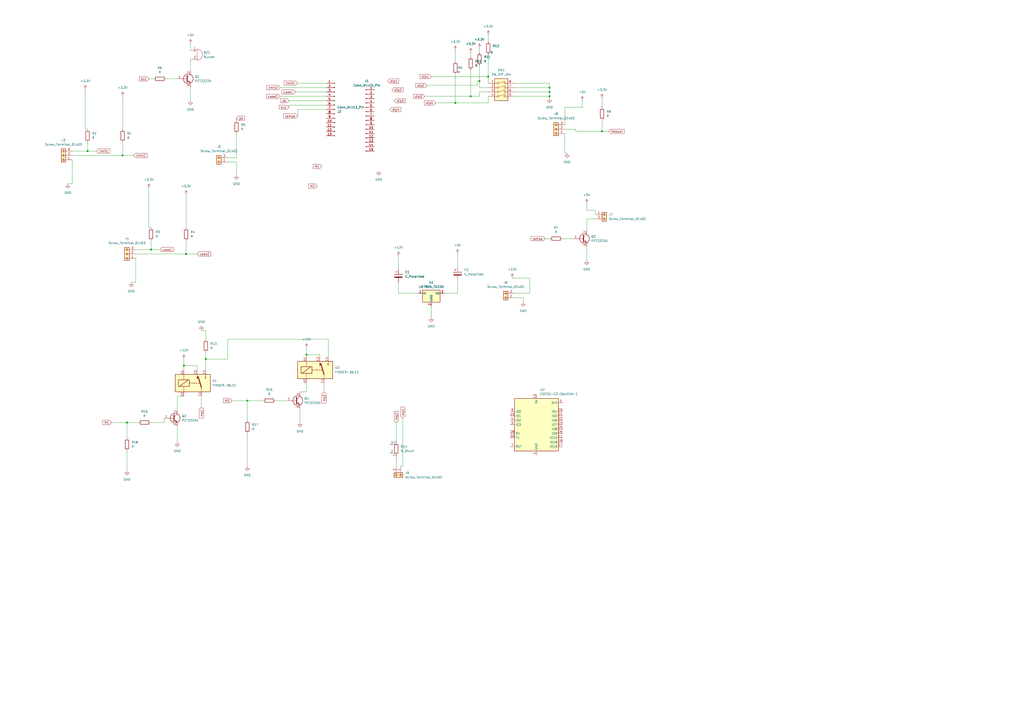
<source format=kicad_sch>
(kicad_sch (version 20250114) (generator "eeschema") (generator_version "9.0")
  (paper "A2")
  (lib_symbols
    (symbol "Connector:Conn_01x13_Pin" (pin_names (offset 1.016) (hide yes))
      (property "Reference" "J" (at 0 17.78 0))
      (property "Value" "Conn_01x13_Pin" (at 0 -17.78 0))
      (symbol "Conn_01x13_Pin_1_1"
        (rectangle (start 0.8636 15.367) (end 0 15.113) (stroke (width 0.1524)) (fill (type outline)))
        (rectangle (start 0.8636 12.827) (end 0 12.573) (stroke (width 0.1524)) (fill (type outline)))
        (rectangle (start 0.8636 10.287) (end 0 10.033) (stroke (width 0.1524)) (fill (type outline)))
        (rectangle (start 0.8636 7.747) (end 0 7.493) (stroke (width 0.1524)) (fill (type outline)))
        (rectangle (start 0.8636 5.207) (end 0 4.953) (stroke (width 0.1524)) (fill (type outline)))
        (rectangle (start 0.8636 2.667) (end 0 2.413) (stroke (width 0.1524)) (fill (type outline)))
        (rectangle (start 0.8636 0.127) (end 0 -0.127) (stroke (width 0.1524)) (fill (type outline)))
        (rectangle (start 0.8636 -2.413) (end 0 -2.667) (stroke (width 0.1524)) (fill (type outline)))
        (rectangle (start 0.8636 -4.953) (end 0 -5.207) (stroke (width 0.1524)) (fill (type outline)))
        (rectangle (start 0.8636 -7.493) (end 0 -7.747) (stroke (width 0.1524)) (fill (type outline)))
        (rectangle (start 0.8636 -10.033) (end 0 -10.287) (stroke (width 0.1524)) (fill (type outline)))
        (rectangle (start 0.8636 -12.573) (end 0 -12.827) (stroke (width 0.1524)) (fill (type outline)))
        (rectangle (start 0.8636 -15.113) (end 0 -15.367) (stroke (width 0.1524)) (fill (type outline)))
        (polyline (pts (xy 1.27 15.24) (xy 0.8636 15.24)) (stroke (width 0.1524)))
        (polyline (pts (xy 1.27 12.7) (xy 0.8636 12.7)) (stroke (width 0.1524)))
        (polyline (pts (xy 1.27 10.16) (xy 0.8636 10.16)) (stroke (width 0.1524)))
        (polyline (pts (xy 1.27 7.62) (xy 0.8636 7.62)) (stroke (width 0.1524)))
        (polyline (pts (xy 1.27 5.08) (xy 0.8636 5.08)) (stroke (width 0.1524)))
        (polyline (pts (xy 1.27 2.54) (xy 0.8636 2.54)) (stroke (width 0.1524)))
        (polyline (pts (xy 1.27 0) (xy 0.8636 0)) (stroke (width 0.1524)))
        (polyline (pts (xy 1.27 -2.54) (xy 0.8636 -2.54)) (stroke (width 0.1524)))
        (polyline (pts (xy 1.27 -5.08) (xy 0.8636 -5.08)) (stroke (width 0.1524)))
        (polyline (pts (xy 1.27 -7.62) (xy 0.8636 -7.62)) (stroke (width 0.1524)))
        (polyline (pts (xy 1.27 -10.16) (xy 0.8636 -10.16)) (stroke (width 0.1524)))
        (polyline (pts (xy 1.27 -12.7) (xy 0.8636 -12.7)) (stroke (width 0.1524)))
        (polyline (pts (xy 1.27 -15.24) (xy 0.8636 -15.24)) (stroke (width 0.1524)))
        (pin passive line (at 5.08 15.24 180) (length 3.81) (name "Pin_1") (number "1"))
        (pin passive line (at 5.08 12.7 180) (length 3.81) (name "Pin_2") (number "2"))
        (pin passive line (at 5.08 10.16 180) (length 3.81) (name "Pin_3") (number "3"))
        (pin passive line (at 5.08 7.62 180) (length 3.81) (name "Pin_4") (number "4"))
        (pin passive line (at 5.08 5.08 180) (length 3.81) (name "Pin_5") (number "5"))
        (pin passive line (at 5.08 2.54 180) (length 3.81) (name "Pin_6") (number "6"))
        (pin passive line (at 5.08 0 180) (length 3.81) (name "Pin_7") (number "7"))
        (pin passive line (at 5.08 -2.54 180) (length 3.81) (name "Pin_8") (number "8"))
        (pin passive line (at 5.08 -5.08 180) (length 3.81) (name "Pin_9") (number "9"))
        (pin passive line (at 5.08 -7.62 180) (length 3.81) (name "Pin_10") (number "10"))
        (pin passive line (at 5.08 -10.16 180) (length 3.81) (name "Pin_11") (number "11"))
        (pin passive line (at 5.08 -12.7 180) (length 3.81) (name "Pin_12") (number "12"))
        (pin passive line (at 5.08 -15.24 180) (length 3.81) (name "Pin_13") (number "13"))
      )
    )
    (symbol "Connector:Conn_01x15_Pin" (pin_names (offset 1.016) (hide yes))
      (property "Reference" "J" (at 0 20.32 0))
      (property "Value" "Conn_01x15_Pin" (at 0 -20.32 0))
      (symbol "Conn_01x15_Pin_1_1"
        (rectangle (start 0.8636 17.907) (end 0 17.653) (stroke (width 0.1524)) (fill (type outline)))
        (rectangle (start 0.8636 15.367) (end 0 15.113) (stroke (width 0.1524)) (fill (type outline)))
        (rectangle (start 0.8636 12.827) (end 0 12.573) (stroke (width 0.1524)) (fill (type outline)))
        (rectangle (start 0.8636 10.287) (end 0 10.033) (stroke (width 0.1524)) (fill (type outline)))
        (rectangle (start 0.8636 7.747) (end 0 7.493) (stroke (width 0.1524)) (fill (type outline)))
        (rectangle (start 0.8636 5.207) (end 0 4.953) (stroke (width 0.1524)) (fill (type outline)))
        (rectangle (start 0.8636 2.667) (end 0 2.413) (stroke (width 0.1524)) (fill (type outline)))
        (rectangle (start 0.8636 0.127) (end 0 -0.127) (stroke (width 0.1524)) (fill (type outline)))
        (rectangle (start 0.8636 -2.413) (end 0 -2.667) (stroke (width 0.1524)) (fill (type outline)))
        (rectangle (start 0.8636 -4.953) (end 0 -5.207) (stroke (width 0.1524)) (fill (type outline)))
        (rectangle (start 0.8636 -7.493) (end 0 -7.747) (stroke (width 0.1524)) (fill (type outline)))
        (rectangle (start 0.8636 -10.033) (end 0 -10.287) (stroke (width 0.1524)) (fill (type outline)))
        (rectangle (start 0.8636 -12.573) (end 0 -12.827) (stroke (width 0.1524)) (fill (type outline)))
        (rectangle (start 0.8636 -15.113) (end 0 -15.367) (stroke (width 0.1524)) (fill (type outline)))
        (rectangle (start 0.8636 -17.653) (end 0 -17.907) (stroke (width 0.1524)) (fill (type outline)))
        (polyline (pts (xy 1.27 17.78) (xy 0.8636 17.78)) (stroke (width 0.1524)))
        (polyline (pts (xy 1.27 15.24) (xy 0.8636 15.24)) (stroke (width 0.1524)))
        (polyline (pts (xy 1.27 12.7) (xy 0.8636 12.7)) (stroke (width 0.1524)))
        (polyline (pts (xy 1.27 10.16) (xy 0.8636 10.16)) (stroke (width 0.1524)))
        (polyline (pts (xy 1.27 7.62) (xy 0.8636 7.62)) (stroke (width 0.1524)))
        (polyline (pts (xy 1.27 5.08) (xy 0.8636 5.08)) (stroke (width 0.1524)))
        (polyline (pts (xy 1.27 2.54) (xy 0.8636 2.54)) (stroke (width 0.1524)))
        (polyline (pts (xy 1.27 0) (xy 0.8636 0)) (stroke (width 0.1524)))
        (polyline (pts (xy 1.27 -2.54) (xy 0.8636 -2.54)) (stroke (width 0.1524)))
        (polyline (pts (xy 1.27 -5.08) (xy 0.8636 -5.08)) (stroke (width 0.1524)))
        (polyline (pts (xy 1.27 -7.62) (xy 0.8636 -7.62)) (stroke (width 0.1524)))
        (polyline (pts (xy 1.27 -10.16) (xy 0.8636 -10.16)) (stroke (width 0.1524)))
        (polyline (pts (xy 1.27 -12.7) (xy 0.8636 -12.7)) (stroke (width 0.1524)))
        (polyline (pts (xy 1.27 -15.24) (xy 0.8636 -15.24)) (stroke (width 0.1524)))
        (polyline (pts (xy 1.27 -17.78) (xy 0.8636 -17.78)) (stroke (width 0.1524)))
        (pin passive line (at 5.08 17.78 180) (length 3.81) (name "Pin_1") (number "1"))
        (pin passive line (at 5.08 15.24 180) (length 3.81) (name "Pin_2") (number "2"))
        (pin passive line (at 5.08 12.7 180) (length 3.81) (name "Pin_3") (number "3"))
        (pin passive line (at 5.08 10.16 180) (length 3.81) (name "Pin_4") (number "4"))
        (pin passive line (at 5.08 7.62 180) (length 3.81) (name "Pin_5") (number "5"))
        (pin passive line (at 5.08 5.08 180) (length 3.81) (name "Pin_6") (number "6"))
        (pin passive line (at 5.08 2.54 180) (length 3.81) (name "Pin_7") (number "7"))
        (pin passive line (at 5.08 0 180) (length 3.81) (name "Pin_8") (number "8"))
        (pin passive line (at 5.08 -2.54 180) (length 3.81) (name "Pin_9") (number "9"))
        (pin passive line (at 5.08 -5.08 180) (length 3.81) (name "Pin_10") (number "10"))
        (pin passive line (at 5.08 -7.62 180) (length 3.81) (name "Pin_11") (number "11"))
        (pin passive line (at 5.08 -10.16 180) (length 3.81) (name "Pin_12") (number "12"))
        (pin passive line (at 5.08 -12.7 180) (length 3.81) (name "Pin_13") (number "13"))
        (pin passive line (at 5.08 -15.24 180) (length 3.81) (name "Pin_14") (number "14"))
        (pin passive line (at 5.08 -17.78 180) (length 3.81) (name "Pin_15") (number "15"))
      )
    )
    (symbol "Connector:Screw_Terminal_01x02" (pin_names (offset 1.016) (hide yes))
      (property "Reference" "J" (at 0 2.54 0))
      (property "Value" "Screw_Terminal_01x02" (at 0 -5.08 0))
      (symbol "Screw_Terminal_01x02_1_1"
        (rectangle (start -1.27 1.27) (end 1.27 -3.81) (stroke (width 0.254)) (fill (type background)))
        (polyline (pts (xy -0.5334 0.3302) (xy 0.3302 -0.508)) (stroke (width 0.1524)))
        (polyline (pts (xy -0.5334 -2.2098) (xy 0.3302 -3.048)) (stroke (width 0.1524)))
        (polyline (pts (xy -0.3556 0.508) (xy 0.508 -0.3302)) (stroke (width 0.1524)))
        (polyline (pts (xy -0.3556 -2.032) (xy 0.508 -2.8702)) (stroke (width 0.1524)))
        (circle (center 0 0) (radius 0.635) (stroke (width 0.1524)))
        (circle (center 0 -2.54) (radius 0.635) (stroke (width 0.1524)))
        (pin passive line (at -5.08 0 0) (length 3.81) (name "Pin_1") (number "1"))
        (pin passive line (at -5.08 -2.54 0) (length 3.81) (name "Pin_2") (number "2"))
      )
    )
    (symbol "Connector:Screw_Terminal_01x03" (pin_names (offset 1.016) (hide yes))
      (property "Reference" "J" (at 0 5.08 0))
      (property "Value" "Screw_Terminal_01x03" (at 0 -5.08 0))
      (symbol "Screw_Terminal_01x03_1_1"
        (rectangle (start -1.27 3.81) (end 1.27 -3.81) (stroke (width 0.254)) (fill (type background)))
        (polyline (pts (xy -0.5334 2.8702) (xy 0.3302 2.032)) (stroke (width 0.1524)))
        (polyline (pts (xy -0.5334 0.3302) (xy 0.3302 -0.508)) (stroke (width 0.1524)))
        (polyline (pts (xy -0.5334 -2.2098) (xy 0.3302 -3.048)) (stroke (width 0.1524)))
        (polyline (pts (xy -0.3556 3.048) (xy 0.508 2.2098)) (stroke (width 0.1524)))
        (polyline (pts (xy -0.3556 0.508) (xy 0.508 -0.3302)) (stroke (width 0.1524)))
        (polyline (pts (xy -0.3556 -2.032) (xy 0.508 -2.8702)) (stroke (width 0.1524)))
        (circle (center 0 2.54) (radius 0.635) (stroke (width 0.1524)))
        (circle (center 0 0) (radius 0.635) (stroke (width 0.1524)))
        (circle (center 0 -2.54) (radius 0.635) (stroke (width 0.1524)))
        (pin passive line (at -5.08 2.54 0) (length 3.81) (name "Pin_1") (number "1"))
        (pin passive line (at -5.08 0 0) (length 3.81) (name "Pin_2") (number "2"))
        (pin passive line (at -5.08 -2.54 0) (length 3.81) (name "Pin_3") (number "3"))
      )
    )
    (symbol "Device:Buzzer" (pin_names (offset 0.0254) (hide yes))
      (property "Reference" "BZ" (at 3.81 1.27 0))
      (property "Value" "Buzzer" (at 3.81 -1.27 0))
      (symbol "Buzzer_0_1"
        (polyline (pts (xy -1.651 1.905) (xy -1.143 1.905)))
        (polyline (pts (xy -1.397 2.159) (xy -1.397 1.651)))
        (arc (start 0 3.175) (mid 3.1612 0) (end 0 -3.175))
        (polyline (pts (xy 0 3.175) (xy 0 -3.175)))
      )
      (symbol "Buzzer_1_1"
        (pin passive line (at -2.54 2.54 0) (length 2.54) (name "+") (number "1"))
        (pin passive line (at -2.54 -2.54 0) (length 2.54) (name "-") (number "2"))
      )
    )
    (symbol "Device:C_Polarized" (pin_numbers (hide yes)) (pin_names (offset 0.254))
      (property "Reference" "C" (at 0.635 2.54 0))
      (property "Value" "C_Polarized" (at 0.635 -2.54 0))
      (symbol "C_Polarized_0_1"
        (rectangle (start -2.286 0.508) (end 2.286 1.016))
        (polyline (pts (xy -1.778 2.286) (xy -0.762 2.286)))
        (polyline (pts (xy -1.27 2.794) (xy -1.27 1.778)))
        (rectangle (start 2.286 -0.508) (end -2.286 -1.016) (fill (type outline)))
      )
      (symbol "C_Polarized_1_1"
        (pin passive line (at 0 3.81 270) (length 2.794) (name "~") (number "1"))
        (pin passive line (at 0 -3.81 90) (length 2.794) (name "~") (number "2"))
      )
    )
    (symbol "Device:R" (pin_numbers (hide yes)) (pin_names (offset 0))
      (property "Reference" "R" (at 2.032 0 90))
      (property "Value" "R" (at 0 0 90))
      (symbol "R_0_1"
        (rectangle (start -1.016 -2.54) (end 1.016 2.54) (stroke (width 0.254)))
      )
      (symbol "R_1_1"
        (pin passive line (at 0 3.81 270) (length 1.27) (name "~") (number "1"))
        (pin passive line (at 0 -3.81 90) (length 1.27) (name "~") (number "2"))
      )
    )
    (symbol "Device:R_Shunt" (pin_numbers (hide yes)) (pin_names (offset 0))
      (property "Reference" "R" (at -4.445 0 90))
      (property "Value" "R_Shunt" (at -2.54 0 90))
      (symbol "R_Shunt_0_1"
        (rectangle (start -1.016 -2.54) (end 1.016 2.54) (stroke (width 0.254)))
        (polyline (pts (xy 0 -2.54) (xy 1.27 -2.54)))
        (polyline (pts (xy 1.27 2.54) (xy 0 2.54)))
      )
      (symbol "R_Shunt_1_1"
        (pin passive line (at 0 5.08 270) (length 2.54) (name "1") (number "1"))
        (pin passive line (at 0 -5.08 90) (length 2.54) (name "4") (number "4"))
        (pin passive line (at 3.81 2.54 180) (length 2.54) (name "2") (number "2"))
        (pin passive line (at 3.81 -2.54 180) (length 2.54) (name "3") (number "3"))
      )
    )
    (symbol "RF_Module:ESP32-C3-DevKitM-1"
      (property "Reference" "U" (at 7.62 16.51 0))
      (property "Value" "ESP32-C3-DevKitM-1" (at 11.684 -16.764 0))
      (symbol "ESP32-C3-DevKitM-1_1_1"
        (rectangle (start -12.7 15.24) (end 12.7 -15.24) (stroke (width 0.254)) (fill (type background)))
        (pin bidirectional line (at -15.24 7.62 0) (length 2.54) (name "IO0") (number "9"))
        (pin bidirectional line (at -15.24 5.08 0) (length 2.54) (name "IO1") (number "10"))
        (pin bidirectional line (at -15.24 2.54 0) (length 2.54) (name "IO2") (number "4"))
        (pin bidirectional line (at -15.24 0 0) (length 2.54) (name "IO3") (number "5"))
        (pin input line (at -15.24 -5.08 0) (length 2.54) (name "RX") (number "28"))
        (pin output line (at -15.24 -7.62 0) (length 2.54) (name "TX") (number "29"))
        (pin input line (at -15.24 -12.7 0) (length 2.54) (name "RST") (number "7"))
        (pin passive line (at 0 17.78 270) (length 2.54) (name "5V") (number "13"))
        (pin passive line (at 0 17.78 270) (length 2.54) (hide yes) (name "5V") (number "14"))
        (pin power_in line (at 0 -17.78 90) (length 2.54) (name "GND") (number "1"))
        (pin passive line (at 0 -17.78 90) (length 2.54) (hide yes) (name "GND") (number "12"))
        (pin passive line (at 0 -17.78 90) (length 2.54) (hide yes) (name "GND") (number "15"))
        (pin passive line (at 0 -17.78 90) (length 2.54) (hide yes) (name "GND") (number "16"))
        (pin passive line (at 0 -17.78 90) (length 2.54) (hide yes) (name "GND") (number "19"))
        (pin passive line (at 0 -17.78 90) (length 2.54) (hide yes) (name "GND") (number "24"))
        (pin passive line (at 0 -17.78 90) (length 2.54) (hide yes) (name "GND") (number "27"))
        (pin passive line (at 0 -17.78 90) (length 2.54) (hide yes) (name "GND") (number "30"))
        (pin passive line (at 0 -17.78 90) (length 2.54) (hide yes) (name "GND") (number "6"))
        (pin passive line (at 0 -17.78 90) (length 2.54) (hide yes) (name "GND") (number "8"))
        (pin power_out line (at 15.24 12.7 180) (length 2.54) (name "3V3") (number "2"))
        (pin passive line (at 15.24 12.7 180) (length 2.54) (hide yes) (name "3V3") (number "3"))
        (pin bidirectional line (at 15.24 7.62 180) (length 2.54) (name "IO4") (number "20"))
        (pin bidirectional line (at 15.24 5.08 180) (length 2.54) (name "IO5") (number "21"))
        (pin bidirectional line (at 15.24 2.54 180) (length 2.54) (name "IO6") (number "22"))
        (pin bidirectional line (at 15.24 0 180) (length 2.54) (name "IO7") (number "23"))
        (pin bidirectional line (at 15.24 -2.54 180) (length 2.54) (name "IO8") (number "25"))
        (pin bidirectional line (at 15.24 -5.08 180) (length 2.54) (name "IO9") (number "26"))
        (pin bidirectional line (at 15.24 -7.62 180) (length 2.54) (name "IO10") (number "11"))
        (pin bidirectional line (at 15.24 -10.16 180) (length 2.54) (name "IO18") (number "18"))
        (pin bidirectional line (at 15.24 -12.7 180) (length 2.54) (name "IO19") (number "17"))
      )
    )
    (symbol "Regulator_Linear:LM7805_TO220" (pin_names (offset 0.254))
      (property "Reference" "U" (at -3.81 3.175 0))
      (property "Value" "LM7805_TO220" (at 0 3.175 0))
      (symbol "LM7805_TO220_0_1"
        (rectangle (start -5.08 1.905) (end 5.08 -5.08) (stroke (width 0.254)) (fill (type background)))
      )
      (symbol "LM7805_TO220_1_1"
        (pin power_in line (at -7.62 0 0) (length 2.54) (name "VI") (number "1"))
        (pin power_in line (at 0 -7.62 90) (length 2.54) (name "GND") (number "2"))
        (pin power_out line (at 7.62 0 180) (length 2.54) (name "VO") (number "3"))
      )
    )
    (symbol "Relay:FINDER-36.11"
      (property "Reference" "K" (at 11.43 3.81 0))
      (property "Value" "FINDER-36.11" (at 11.43 1.27 0))
      (symbol "FINDER-36.11_0_0"
        (polyline (pts (xy 2.54 3.81) (xy 2.54 5.08)))
        (polyline (pts (xy 7.62 3.81) (xy 7.62 5.08)))
        (polyline (pts (xy 7.62 3.81) (xy 7.62 2.54) (xy 6.985 3.175) (xy 7.62 3.81)))
      )
      (symbol "FINDER-36.11_0_1"
        (rectangle (start -10.16 5.08) (end 10.16 -5.08) (stroke (width 0.254)) (fill (type background)))
        (rectangle (start -8.255 1.905) (end -1.905 -1.905) (stroke (width 0.254)))
        (polyline (pts (xy -7.62 -1.905) (xy -2.54 1.905)) (stroke (width 0.254)))
        (polyline (pts (xy -5.08 5.08) (xy -5.08 1.905)))
        (polyline (pts (xy -5.08 -5.08) (xy -5.08 -1.905)))
        (polyline (pts (xy -1.905 0) (xy -1.27 0)) (stroke (width 0.254)))
        (polyline (pts (xy -0.635 0) (xy 0 0)) (stroke (width 0.254)))
        (polyline (pts (xy 0.635 0) (xy 1.27 0)) (stroke (width 0.254)))
        (polyline (pts (xy 0.635 0) (xy 1.27 0)) (stroke (width 0.254)))
        (polyline (pts (xy 1.905 0) (xy 2.54 0)) (stroke (width 0.254)))
        (polyline (pts (xy 2.54 2.54) (xy 2.54 3.81) (xy 2.54 2.54) (xy 2.54 2.54) (xy 3.175 3.175) (xy 2.54 3.81)) (fill (type outline)))
        (polyline (pts (xy 3.175 0) (xy 3.81 0)) (stroke (width 0.254)))
        (polyline (pts (xy 5.08 -2.54) (xy 3.175 3.81)) (stroke (width 0.508)))
        (polyline (pts (xy 5.08 -2.54) (xy 5.08 -5.08)))
      )
      (symbol "FINDER-36.11_1_1"
        (pin passive line (at -5.08 7.62 270) (length 2.54) (name "~") (number "A1"))
        (pin passive line (at -5.08 -7.62 90) (length 2.54) (name "~") (number "A2"))
        (pin passive line (at 2.54 7.62 270) (length 2.54) (name "~") (number "12"))
        (pin passive line (at 5.08 -7.62 90) (length 2.54) (name "~") (number "11"))
        (pin passive line (at 7.62 7.62 270) (length 2.54) (name "~") (number "14"))
      )
    )
    (symbol "Switch:SW_DIP_x04" (pin_names (offset 0) (hide yes))
      (property "Reference" "SW" (at 0 8.89 0))
      (property "Value" "SW_DIP_x04" (at 0 -6.35 0))
      (symbol "SW_DIP_x04_0_0"
        (circle (center -2.032 5.08) (radius 0.508))
        (circle (center -2.032 2.54) (radius 0.508))
        (circle (center -2.032 0) (radius 0.508))
        (circle (center -2.032 -2.54) (radius 0.508))
        (polyline (pts (xy -1.524 5.207) (xy 2.3622 6.2484)))
        (polyline (pts (xy -1.524 2.667) (xy 2.3622 3.7084)))
        (polyline (pts (xy -1.524 0.127) (xy 2.3622 1.1684)))
        (polyline (pts (xy -1.524 -2.3876) (xy 2.3622 -1.3462)))
        (circle (center 2.032 5.08) (radius 0.508))
        (circle (center 2.032 2.54) (radius 0.508))
        (circle (center 2.032 0) (radius 0.508))
        (circle (center 2.032 -2.54) (radius 0.508))
      )
      (symbol "SW_DIP_x04_0_1"
        (rectangle (start -3.81 7.62) (end 3.81 -5.08) (stroke (width 0.254)) (fill (type background)))
      )
      (symbol "SW_DIP_x04_1_1"
        (pin passive line (at -7.62 5.08 0) (length 5.08) (name "~") (number "1"))
        (pin passive line (at -7.62 2.54 0) (length 5.08) (name "~") (number "2"))
        (pin passive line (at -7.62 0 0) (length 5.08) (name "~") (number "3"))
        (pin passive line (at -7.62 -2.54 0) (length 5.08) (name "~") (number "4"))
        (pin passive line (at 7.62 5.08 180) (length 5.08) (name "~") (number "8"))
        (pin passive line (at 7.62 2.54 180) (length 5.08) (name "~") (number "7"))
        (pin passive line (at 7.62 0 180) (length 5.08) (name "~") (number "6"))
        (pin passive line (at 7.62 -2.54 180) (length 5.08) (name "~") (number "5"))
      )
    )
    (symbol "Transistor_BJT:PZT2222A" (pin_names (offset 0) (hide yes))
      (property "Reference" "Q" (at 5.08 1.905 0))
      (property "Value" "PZT2222A" (at 5.08 0 0))
      (symbol "PZT2222A_0_1"
        (polyline (pts (xy -2.54 0) (xy 0.635 0)))
        (polyline (pts (xy 0.635 1.905) (xy 0.635 -1.905)) (stroke (width 0.508)))
        (circle (center 1.27 0) (radius 2.8194) (stroke (width 0.254)))
      )
      (symbol "PZT2222A_1_1"
        (polyline (pts (xy 0.635 0.635) (xy 2.54 2.54)))
        (polyline (pts (xy 0.635 -0.635) (xy 2.54 -2.54)))
        (polyline (pts (xy 1.27 -1.778) (xy 1.778 -1.27) (xy 2.286 -2.286) (xy 1.27 -1.778)) (fill (type outline)))
        (pin input line (at -5.08 0 0) (length 2.54) (name "B") (number "1"))
        (pin passive line (at 2.54 5.08 270) (length 2.54) (name "C") (number "2"))
        (pin passive line (at 2.54 -5.08 90) (length 2.54) (name "E") (number "3"))
      )
    )
    (symbol "power:+12V" (power) (pin_numbers (hide yes)) (pin_names (offset 0) (hide yes))
      (property "Value" "+12V" (at 0 3.556 0))
      (symbol "+12V_0_1"
        (polyline (pts (xy -0.762 1.27) (xy 0 2.54)))
        (polyline (pts (xy 0 2.54) (xy 0.762 1.27)))
        (polyline (pts (xy 0 0) (xy 0 2.54)))
      )
      (symbol "+12V_1_1"
        (pin power_in line (at 0 0 90) (length 0) (name "~") (number "1"))
      )
    )
    (symbol "power:+3.3V" (power) (pin_numbers (hide yes)) (pin_names (offset 0) (hide yes))
      (property "Value" "+3.3V" (at 0 3.556 0))
      (symbol "+3.3V_0_1"
        (polyline (pts (xy -0.762 1.27) (xy 0 2.54)))
        (polyline (pts (xy 0 2.54) (xy 0.762 1.27)))
        (polyline (pts (xy 0 0) (xy 0 2.54)))
      )
      (symbol "+3.3V_1_1"
        (pin power_in line (at 0 0 90) (length 0) (name "~") (number "1"))
      )
    )
    (symbol "power:+5V" (power) (pin_numbers (hide yes)) (pin_names (offset 0) (hide yes))
      (property "Value" "+5V" (at 0 3.556 0))
      (symbol "+5V_0_1"
        (polyline (pts (xy -0.762 1.27) (xy 0 2.54)))
        (polyline (pts (xy 0 2.54) (xy 0.762 1.27)))
        (polyline (pts (xy 0 0) (xy 0 2.54)))
      )
      (symbol "+5V_1_1"
        (pin power_in line (at 0 0 90) (length 0) (name "~") (number "1"))
      )
    )
    (symbol "power:GND" (power) (pin_numbers (hide yes)) (pin_names (offset 0) (hide yes))
      (property "Value" "GND" (at 0 -3.81 0))
      (symbol "GND_0_1"
        (polyline (pts (xy 0 0) (xy 0 -1.27) (xy 1.27 -1.27) (xy 0 -2.54) (xy -1.27 -1.27) (xy 0 -1.27)))
      )
      (symbol "GND_1_1"
        (pin power_in line (at 0 0 270) (length 0) (name "~") (number "1"))
      )
    )
  )
  (junction (at 318.77 55.88))
  (junction (at 318.77 50.8))
  (junction (at 106.68 212.09))
  (junction (at 349.25 76.2))
  (junction (at 87.63 144.78))
  (junction (at 278.13 46.99))
  (junction (at 107.95 147.32))
  (junction (at 264.16 59.69))
  (junction (at 283.21 44.45))
  (junction (at 50.8 87.63))
  (junction (at 143.51 232.41))
  (junction (at 71.12 90.17))
  (junction (at 318.77 53.34))
  (junction (at 119.38 208.28))
  (junction (at 177.8 205.74))
  (junction (at 73.66 245.11))
  (junction (at 273.05 55.88))
  (wire (pts (xy 349.25 57.15) (xy 349.25 62.23)))
  (wire (pts (xy 349.25 76.2) (xy 353.06 76.2)))
  (wire (pts (xy 78.74 147.32) (xy 107.95 147.32)))
  (wire (pts (xy 64.77 245.11) (xy 73.66 245.11)))
  (wire (pts (xy 137.16 77.47) (xy 137.16 91.44)))
  (wire (pts (xy 110.49 50.8) (xy 110.49 58.42)))
  (wire (pts (xy 78.74 163.83) (xy 76.2 163.83)))
  (wire (pts (xy 143.51 251.46) (xy 143.51 270.51)))
  (wire (pts (xy 190.5 196.85) (xy 190.5 207.01)))
  (wire (pts (xy 134.62 232.41) (xy 143.51 232.41)))
  (wire (pts (xy 71.12 90.17) (xy 77.47 90.17)))
  (wire (pts (xy 273.05 30.48) (xy 273.05 33.02)))
  (wire (pts (xy 327.66 62.23) (xy 327.66 72.39)))
  (wire (pts (xy 283.21 59.69) (xy 283.21 55.88)))
  (wire (pts (xy 41.91 92.71) (xy 41.91 106.68)))
  (wire (pts (xy 340.36 118.11) (xy 340.36 121.92)))
  (wire (pts (xy 318.77 50.8) (xy 318.77 53.34)))
  (wire (pts (xy 318.77 53.34) (xy 318.77 55.88)))
  (wire (pts (xy 278.13 50.8) (xy 283.21 50.8)))
  (wire (pts (xy 273.05 40.64) (xy 273.05 55.88)))
  (wire (pts (xy 231.14 163.83) (xy 231.14 170.18)))
  (wire (pts (xy 95.25 245.11) (xy 95.25 242.57)))
  (wire (pts (xy 318.77 48.26) (xy 318.77 50.8)))
  (wire (pts (xy 110.49 25.4) (xy 110.49 29.21)))
  (wire (pts (xy 50.8 87.63) (xy 55.88 87.63)))
  (wire (pts (xy 86.36 45.72) (xy 88.9 45.72)))
  (wire (pts (xy 102.87 229.87) (xy 106.68 229.87)))
  (wire (pts (xy 334.01 76.2) (xy 334.01 74.93)))
  (wire (pts (xy 283.21 31.75) (xy 283.21 44.45)))
  (wire (pts (xy 110.49 40.64) (xy 110.49 34.29)))
  (wire (pts (xy 102.87 237.49) (xy 102.87 229.87)))
  (wire (pts (xy 327.66 77.47) (xy 327.66 88.9)))
  (wire (pts (xy 137.16 91.44) (xy 132.08 91.44)))
  (wire (pts (xy 107.95 147.32) (xy 114.3 147.32)))
  (wire (pts (xy 86.36 109.22) (xy 86.36 132.08)))
  (wire (pts (xy 107.95 113.03) (xy 107.95 132.08)))
  (wire (pts (xy 185.42 205.74) (xy 177.8 205.74)))
  (wire (pts (xy 87.63 144.78) (xy 92.71 144.78)))
  (wire (pts (xy 73.66 254) (xy 73.66 245.11)))
  (wire (pts (xy 73.66 245.11) (xy 80.01 245.11)))
  (wire (pts (xy 265.43 162.56) (xy 265.43 170.18)))
  (wire (pts (xy 278.13 27.94) (xy 278.13 30.48)))
  (wire (pts (xy 78.74 144.78) (xy 87.63 144.78)))
  (wire (pts (xy 189.23 60.96) (xy 167.64 60.96)))
  (wire (pts (xy 137.16 101.6) (xy 137.16 93.98)))
  (wire (pts (xy 229.87 245.11) (xy 229.87 255.27)))
  (wire (pts (xy 160.02 232.41) (xy 166.37 232.41)))
  (wire (pts (xy 283.21 48.26) (xy 283.21 44.45)))
  (wire (pts (xy 278.13 53.34) (xy 278.13 55.88)))
  (wire (pts (xy 264.16 43.18) (xy 264.16 59.69)))
  (wire (pts (xy 41.91 87.63) (xy 50.8 87.63)))
  (wire (pts (xy 273.05 55.88) (xy 278.13 55.88)))
  (wire (pts (xy 132.08 196.85) (xy 132.08 208.28)))
  (wire (pts (xy 231.14 170.18) (xy 242.57 170.18)))
  (wire (pts (xy 177.8 205.74) (xy 177.8 207.01)))
  (wire (pts (xy 73.66 261.62) (xy 73.66 273.05)))
  (wire (pts (xy 307.34 170.18) (xy 307.34 161.29)))
  (wire (pts (xy 250.19 44.45) (xy 283.21 44.45)))
  (wire (pts (xy 106.68 212.09) (xy 106.68 214.63)))
  (wire (pts (xy 87.63 132.08) (xy 86.36 132.08)))
  (wire (pts (xy 102.87 247.65) (xy 102.87 256.54)))
  (wire (pts (xy 41.91 90.17) (xy 71.12 90.17)))
  (wire (pts (xy 119.38 191.77) (xy 119.38 196.85)))
  (wire (pts (xy 41.91 106.68) (xy 39.37 106.68)))
  (wire (pts (xy 172.72 63.5) (xy 172.72 67.31)))
  (wire (pts (xy 318.77 55.88) (xy 318.77 57.15)))
  (wire (pts (xy 137.16 93.98) (xy 132.08 93.98)))
  (wire (pts (xy 252.73 59.69) (xy 264.16 59.69)))
  (wire (pts (xy 49.53 52.07) (xy 49.53 74.93)))
  (wire (pts (xy 278.13 53.34) (xy 283.21 53.34)))
  (wire (pts (xy 87.63 245.11) (xy 95.25 245.11)))
  (wire (pts (xy 231.14 148.59) (xy 231.14 156.21)))
  (wire (pts (xy 162.56 55.88) (xy 189.23 55.88)))
  (wire (pts (xy 96.52 45.72) (xy 102.87 45.72)))
  (wire (pts (xy 190.5 196.85) (xy 132.08 196.85)))
  (wire (pts (xy 316.23 138.43) (xy 318.77 138.43)))
  (wire (pts (xy 265.43 170.18) (xy 257.81 170.18)))
  (wire (pts (xy 119.38 208.28) (xy 119.38 214.63)))
  (wire (pts (xy 172.72 48.26) (xy 189.23 48.26)))
  (wire (pts (xy 278.13 38.1) (xy 278.13 46.99)))
  (wire (pts (xy 345.44 121.92) (xy 345.44 124.46)))
  (wire (pts (xy 233.68 242.57) (xy 233.68 270.51)))
  (wire (pts (xy 187.96 222.25) (xy 187.96 227.33)))
  (wire (pts (xy 233.68 270.51) (xy 232.41 270.51)))
  (wire (pts (xy 189.23 58.42) (xy 167.64 58.42)))
  (wire (pts (xy 171.45 53.34) (xy 189.23 53.34)))
  (wire (pts (xy 298.45 48.26) (xy 318.77 48.26)))
  (wire (pts (xy 247.65 49.53) (xy 276.86 49.53)))
  (wire (pts (xy 283.21 20.32) (xy 283.21 24.13)))
  (wire (pts (xy 114.3 212.09) (xy 106.68 212.09)))
  (wire (pts (xy 327.66 88.9) (xy 328.93 88.9)))
  (wire (pts (xy 276.86 46.99) (xy 276.86 49.53)))
  (wire (pts (xy 143.51 243.84) (xy 143.51 232.41)))
  (wire (pts (xy 173.99 237.49) (xy 173.99 245.11)))
  (wire (pts (xy 340.36 127) (xy 345.44 127)))
  (wire (pts (xy 298.45 50.8) (xy 318.77 50.8)))
  (wire (pts (xy 106.68 208.28) (xy 106.68 212.09)))
  (wire (pts (xy 264.16 59.69) (xy 283.21 59.69)))
  (wire (pts (xy 114.3 214.63) (xy 114.3 212.09)))
  (wire (pts (xy 265.43 147.32) (xy 265.43 154.94)))
  (wire (pts (xy 87.63 144.78) (xy 87.63 139.7)))
  (wire (pts (xy 107.95 147.32) (xy 107.95 139.7)))
  (wire (pts (xy 334.01 76.2) (xy 349.25 76.2)))
  (wire (pts (xy 298.45 170.18) (xy 307.34 170.18)))
  (wire (pts (xy 110.49 34.29) (xy 111.76 34.29)))
  (wire (pts (xy 340.36 133.35) (xy 340.36 127)))
  (wire (pts (xy 276.86 46.99) (xy 278.13 46.99)))
  (wire (pts (xy 137.16 68.58) (xy 137.16 69.85)))
  (wire (pts (xy 337.82 62.23) (xy 327.66 62.23)))
  (wire (pts (xy 189.23 63.5) (xy 172.72 63.5)))
  (wire (pts (xy 340.36 121.92) (xy 345.44 121.92)))
  (wire (pts (xy 278.13 50.8) (xy 278.13 46.99)))
  (wire (pts (xy 337.82 58.42) (xy 337.82 62.23)))
  (wire (pts (xy 340.36 143.51) (xy 340.36 151.13)))
  (wire (pts (xy 298.45 55.88) (xy 318.77 55.88)))
  (wire (pts (xy 162.56 50.8) (xy 189.23 50.8)))
  (wire (pts (xy 110.49 29.21) (xy 111.76 29.21)))
  (wire (pts (xy 143.51 232.41) (xy 152.4 232.41)))
  (wire (pts (xy 349.25 69.85) (xy 349.25 76.2)))
  (wire (pts (xy 246.38 55.88) (xy 273.05 55.88)))
  (wire (pts (xy 303.53 172.72) (xy 303.53 175.26)))
  (wire (pts (xy 307.34 161.29) (xy 297.18 161.29)))
  (wire (pts (xy 298.45 172.72) (xy 303.53 172.72)))
  (wire (pts (xy 250.19 177.8) (xy 250.19 184.15)))
  (wire (pts (xy 71.12 90.17) (xy 71.12 82.55)))
  (wire (pts (xy 326.39 138.43) (xy 332.74 138.43)))
  (wire (pts (xy 167.64 60.96) (xy 167.64 62.23)))
  (wire (pts (xy 334.01 74.93) (xy 327.66 74.93)))
  (wire (pts (xy 50.8 74.93) (xy 49.53 74.93)))
  (wire (pts (xy 50.8 87.63) (xy 50.8 82.55)))
  (wire (pts (xy 116.84 191.77) (xy 119.38 191.77)))
  (wire (pts (xy 116.84 236.22) (xy 116.84 229.87)))
  (wire (pts (xy 71.12 55.88) (xy 71.12 74.93)))
  (wire (pts (xy 264.16 29.21) (xy 264.16 35.56)))
  (wire (pts (xy 185.42 207.01) (xy 185.42 205.74)))
  (wire (pts (xy 298.45 53.34) (xy 318.77 53.34)))
  (wire (pts (xy 229.87 265.43) (xy 229.87 270.51)))
  (wire (pts (xy 177.8 201.93) (xy 177.8 205.74)))
  (wire (pts (xy 132.08 208.28) (xy 119.38 208.28)))
  (wire (pts (xy 119.38 204.47) (xy 119.38 208.28)))
  (wire (pts (xy 173.99 227.33) (xy 177.8 227.33)))
  (wire (pts (xy 78.74 149.86) (xy 78.74 163.83)))
  (wire (pts (xy 177.8 227.33) (xy 177.8 222.25)))
  (global_label "M1" (shape input) (at 186.69 96.52 180) (property "Intersheetrefs" "${INTERSHEET_REFS}" (effects (hide yes))))
  (global_label "case1" (shape input) (at 92.71 144.78 0) (property "Intersheetrefs" "${INTERSHEET_REFS}" (effects (hide yes))))
  (global_label "dip3" (shape input) (at 246.38 55.88 180) (property "Intersheetrefs" "${INTERSHEET_REFS}" (effects (hide yes))))
  (global_label "dip3" (shape input) (at 228.6 58.42 0) (property "Intersheetrefs" "${INTERSHEET_REFS}" (effects (hide yes))))
  (global_label "fotocel" (shape input) (at 353.06 76.2 0) (property "Intersheetrefs" "${INTERSHEET_REFS}" (effects (hide yes))))
  (global_label "dip4" (shape input) (at 226.06 63.5 0) (property "Intersheetrefs" "${INTERSHEET_REFS}" (effects (hide yes))))
  (global_label "pb" (shape input) (at 137.16 68.58 0) (property "Intersheetrefs" "${INTERSHEET_REFS}" (effects (hide yes))))
  (global_label "case2" (shape input) (at 114.3 147.32 0) (property "Intersheetrefs" "${INTERSHEET_REFS}" (effects (hide yes))))
  (global_label "dip1" (shape input) (at 250.19 44.45 180) (property "Intersheetrefs" "${INTERSHEET_REFS}" (effects (hide yes))))
  (global_label "M2" (shape input) (at 134.62 232.41 180) (property "Intersheetrefs" "${INTERSHEET_REFS}" (effects (hide yes))))
  (global_label "M1" (shape input) (at 64.77 245.11 180) (property "Intersheetrefs" "${INTERSHEET_REFS}" (effects (hide yes))))
  (global_label "mq1" (shape input) (at 233.68 242.57 90) (property "Intersheetrefs" "${INTERSHEET_REFS}" (effects (hide yes))))
  (global_label "dip2" (shape input) (at 227.33 52.07 0) (property "Intersheetrefs" "${INTERSHEET_REFS}" (effects (hide yes))))
  (global_label "case2" (shape input) (at 162.56 55.88 180) (property "Intersheetrefs" "${INTERSHEET_REFS}" (effects (hide yes))))
  (global_label "case1" (shape input) (at 171.45 53.34 180) (property "Intersheetrefs" "${INTERSHEET_REFS}" (effects (hide yes))))
  (global_label "bzz" (shape input) (at 167.64 62.23 180) (property "Intersheetrefs" "${INTERSHEET_REFS}" (effects (hide yes))))
  (global_label "dip1" (shape input) (at 224.79 46.99 0) (property "Intersheetrefs" "${INTERSHEET_REFS}" (effects (hide yes))))
  (global_label "dip4" (shape input) (at 252.73 59.69 180) (property "Intersheetrefs" "${INTERSHEET_REFS}" (effects (hide yes))))
  (global_label "limit2" (shape input) (at 77.47 90.17 0) (property "Intersheetrefs" "${INTERSHEET_REFS}" (effects (hide yes))))
  (global_label "mq2" (shape input) (at 187.96 227.33 270) (property "Intersheetrefs" "${INTERSHEET_REFS}" (effects (hide yes))))
  (global_label "dip2" (shape input) (at 247.65 49.53 180) (property "Intersheetrefs" "${INTERSHEET_REFS}" (effects (hide yes))))
  (global_label "lampa" (shape input) (at 316.23 138.43 180) (property "Intersheetrefs" "${INTERSHEET_REFS}" (effects (hide yes))))
  (global_label "bzz" (shape input) (at 86.36 45.72 180) (property "Intersheetrefs" "${INTERSHEET_REFS}" (effects (hide yes))))
  (global_label "limit1" (shape input) (at 55.88 87.63 0) (property "Intersheetrefs" "${INTERSHEET_REFS}" (effects (hide yes))))
  (global_label "lampa" (shape input) (at 172.72 67.31 180) (property "Intersheetrefs" "${INTERSHEET_REFS}" (effects (hide yes))))
  (global_label "limit2" (shape input) (at 162.56 50.8 180) (property "Intersheetrefs" "${INTERSHEET_REFS}" (effects (hide yes))))
  (global_label "mq2" (shape input) (at 229.87 245.11 90) (property "Intersheetrefs" "${INTERSHEET_REFS}" (effects (hide yes))))
  (global_label "limit1" (shape input) (at 172.72 48.26 180) (property "Intersheetrefs" "${INTERSHEET_REFS}" (effects (hide yes))))
  (global_label "M2" (shape input) (at 184.15 107.95 180) (property "Intersheetrefs" "${INTERSHEET_REFS}" (effects (hide yes))))
  (global_label "pb" (shape input) (at 167.64 58.42 180) (property "Intersheetrefs" "${INTERSHEET_REFS}" (effects (hide yes))))
  (global_label "mq1" (shape input) (at 116.84 236.22 270) (property "Intersheetrefs" "${INTERSHEET_REFS}" (effects (hide yes))))
  (symbol (lib_id "power:GND") (at 76.2 163.83 0) (unit 1)
    (property "Reference" "#PWR02" (effects (hide yes)))
    (property "Value" "GND" (at 76.2 168.91 0))
    (property "Description" "Power symbol creates a global label with name \"GND\" , ground" (effects (hide yes)))
  )
  (symbol (lib_id "Device:R") (at 50.8 78.74 180) (unit 1)
    (property "Reference" "R2" (at 53.34 77.4699 0) (effects (justify right)))
    (property "Value" "R" (at 53.34 80.0099 0) (effects (justify right)))
    (property "Description" "Resistor" (effects (hide yes)))
  )
  (symbol (lib_id "power:+3.3V") (at 49.53 52.07 0) (unit 1)
    (property "Reference" "#PWR04" (effects (hide yes)))
    (property "Value" "+3.3V" (at 49.53 46.99 0))
    (property "Description" "Power symbol creates a global label with name \"+3.3V\"" (effects (hide yes)))
  )
  (symbol (lib_id "Regulator_Linear:LM7805_TO220") (at 250.19 170.18 0) (unit 1)
    (property "Reference" "U1" (at 250.19 163.83 0))
    (property "Value" "LM7805_TO220" (at 250.19 166.37 0))
    (property "Footprint" "Package_TO_SOT_THT:TO-220-3_Vertical" (effects (hide yes)))
    (property "Datasheet" "https://www.onsemi.cn/PowerSolutions/document/MC7800-D.PDF" (effects (hide yes)))
    (property "Description" "Positive 1A 35V Linear Regulator, Fixed Output 5V, TO-220" (effects (hide yes)))
  )
  (symbol (lib_id "power:+5V") (at 110.49 25.4 0) (unit 1)
    (property "Reference" "#PWR013" (effects (hide yes)))
    (property "Value" "+5V" (at 110.49 20.32 0))
    (property "Description" "Power symbol creates a global label with name \"+5V\"" (effects (hide yes)))
  )
  (symbol (lib_id "power:+5V") (at 340.36 118.11 0) (unit 1)
    (property "Reference" "#PWR015" (effects (hide yes)))
    (property "Value" "+5V" (at 340.36 113.03 0))
    (property "Description" "Power symbol creates a global label with name \"+5V\"" (effects (hide yes)))
  )
  (symbol (lib_id "power:GND") (at 328.93 88.9 0) (unit 1)
    (property "Reference" "#PWR017" (effects (hide yes)))
    (property "Value" "GND" (at 328.93 93.98 0))
    (property "Description" "Power symbol creates a global label with name \"GND\" , ground" (effects (hide yes)))
  )
  (symbol (lib_id "Connector:Screw_Terminal_01x02") (at 232.41 275.59 270) (unit 1)
    (property "Reference" "J9" (at 234.95 274.3199 90) (effects (justify left)))
    (property "Value" "Screw_Terminal_01x02" (at 234.95 276.8599 90) (effects (justify left)))
    (property "Description" "Generic screw terminal, single row, 01x02, script generated (kicad-library-utils/schlib/autogen/connector/)" (effects (hide yes)))
  )
  (symbol (lib_id "Connector:Conn_01x13_Pin") (at 194.31 63.5 0) (mirror y) (unit 1)
    (property "Reference" "J2" (at 195.58 64.7701 0) (effects (justify right)))
    (property "Value" "Conn_01x13_Pin" (at 195.58 62.2301 0) (effects (justify right)))
    (property "Description" "Generic connector, single row, 01x13, script generated" (effects (hide yes)))
  )
  (symbol (lib_id "power:+12V") (at 177.8 201.93 0) (unit 1)
    (property "Reference" "#PWR029" (effects (hide yes)))
    (property "Value" "+12V" (at 177.8 196.85 0))
    (property "Description" "Power symbol creates a global label with name \"+12V\"" (effects (hide yes)))
  )
  (symbol (lib_id "Device:R") (at 83.82 245.11 90) (unit 1)
    (property "Reference" "R16" (at 83.82 238.76 90))
    (property "Value" "R" (at 83.82 241.3 90))
    (property "Description" "Resistor" (effects (hide yes)))
  )
  (symbol (lib_id "Connector:Screw_Terminal_01x02") (at 293.37 172.72 180) (unit 1)
    (property "Reference" "J6" (at 293.37 163.83 0))
    (property "Value" "Screw_Terminal_01x02" (at 293.37 166.37 0))
    (property "Description" "Generic screw terminal, single row, 01x02, script generated (kicad-library-utils/schlib/autogen/connector/)" (effects (hide yes)))
  )
  (symbol (lib_id "Device:Buzzer") (at 114.3 31.75 0) (unit 1)
    (property "Reference" "BZ1" (at 118.11 30.4799 0) (effects (justify left)))
    (property "Value" "Buzzer" (at 118.11 33.0199 0) (effects (justify left)))
    (property "Description" "Buzzer, polarized" (effects (hide yes)))
  )
  (symbol (lib_id "power:GND") (at 73.66 273.05 0) (unit 1)
    (property "Reference" "#PWR033" (effects (hide yes)))
    (property "Value" "GND" (at 73.66 278.13 0))
    (property "Description" "Power symbol creates a global label with name \"GND\" , ground" (effects (hide yes)))
  )
  (symbol (lib_id "RF_Module:ESP32-C3-DevKitM-1") (at 311.15 246.38 0) (unit 1)
    (property "Reference" "U2" (at 313.2933 226.06 0) (effects (justify left)))
    (property "Value" "ESP32-C3-DevKitM-1" (at 313.2933 228.6 0) (effects (justify left)))
    (property "Footprint" "RF_Module:ESP32-C3-DevKitM-1" (effects (hide yes)))
    (property "Datasheet" "https://docs.espressif.com/projects/esp-idf/en/latest/esp32c3/hw-reference/esp32c3/user-guide-devkitm-1.html" (effects (hide yes)))
    (property "Description" "Development board featuring ESP32-C3-MINI-1 module" (effects (hide yes)))
  )
  (symbol (lib_id "power:+3.3V") (at 273.05 30.48 0) (unit 1)
    (property "Reference" "#PWR022" (effects (hide yes)))
    (property "Value" "+3.3V" (at 273.05 25.4 0))
    (property "Description" "Power symbol creates a global label with name \"+3.3V\"" (effects (hide yes)))
  )
  (symbol (lib_id "power:+3.3V") (at 283.21 20.32 0) (unit 1)
    (property "Reference" "#PWR024" (effects (hide yes)))
    (property "Value" "+3.3V" (at 283.21 15.24 0))
    (property "Description" "Power symbol creates a global label with name \"+3.3V\"" (effects (hide yes)))
  )
  (symbol (lib_id "Device:R") (at 278.13 34.29 0) (unit 1)
    (property "Reference" "R11" (at 280.67 33.0199 0) (effects (justify left)))
    (property "Value" "R" (at 280.67 35.5599 0) (effects (justify left)))
    (property "Description" "Resistor" (effects (hide yes)))
  )
  (symbol (lib_id "Relay:FINDER-36.11") (at 182.88 214.63 0) (unit 1)
    (property "Reference" "K2" (at 194.31 213.3599 0) (effects (justify left)))
    (property "Value" "FINDER-36.11" (at 194.31 215.8999 0) (effects (justify left)))
    (property "Footprint" "Relay_THT:Relay_SPDT_Finder_36.11" (effects (hide yes)))
    (property "Datasheet" "https://gfinder.findernet.com/public/attachments/36/EN/S36EN.pdf" (effects (hide yes)))
    (property "Description" "FINDER 36.11, SPDT relay, 10A" (effects (hide yes)))
  )
  (symbol (lib_id "Device:R") (at 283.21 27.94 0) (unit 1)
    (property "Reference" "R12" (at 285.75 26.6699 0) (effects (justify left)))
    (property "Value" "R" (at 284.48 30.4799 0) (effects (justify left)))
    (property "Description" "Resistor" (effects (hide yes)))
  )
  (symbol (lib_id "Connector:Screw_Terminal_01x03") (at 322.58 74.93 180) (unit 1)
    (property "Reference" "J8" (at 322.58 66.04 0))
    (property "Value" "Screw_Terminal_01x03" (at 322.58 68.58 0))
    (property "Description" "Generic screw terminal, single row, 01x03, script generated (kicad-library-utils/schlib/autogen/connector/)" (effects (hide yes)))
  )
  (symbol (lib_id "power:+12V") (at 297.18 161.29 0) (unit 1)
    (property "Reference" "#PWR09" (effects (hide yes)))
    (property "Value" "+12V" (at 297.18 156.21 0))
    (property "Description" "Power symbol creates a global label with name \"+12V\"" (effects (hide yes)))
  )
  (symbol (lib_id "power:GND") (at 250.19 184.15 0) (unit 1)
    (property "Reference" "#PWR010" (effects (hide yes)))
    (property "Value" "GND" (at 250.19 189.23 0))
    (property "Description" "Power symbol creates a global label with name \"GND\" , ground" (effects (hide yes)))
  )
  (symbol (lib_id "power:+3.3V") (at 349.25 57.15 0) (unit 1)
    (property "Reference" "#PWR019" (effects (hide yes)))
    (property "Value" "+3.3V" (at 349.25 52.07 0))
    (property "Description" "Power symbol creates a global label with name \"+3.3V\"" (effects (hide yes)))
  )
  (symbol (lib_id "Device:R") (at 143.51 247.65 0) (unit 1)
    (property "Reference" "R17" (at 146.05 246.3799 0) (effects (justify left)))
    (property "Value" "R" (at 146.05 248.9199 0) (effects (justify left)))
    (property "Description" "Resistor" (effects (hide yes)))
  )
  (symbol (lib_id "power:GND") (at 39.37 106.68 0) (unit 1)
    (property "Reference" "#PWR01" (effects (hide yes)))
    (property "Value" "GND" (at 39.37 111.76 0))
    (property "Description" "Power symbol creates a global label with name \"GND\" , ground" (effects (hide yes)))
  )
  (symbol (lib_id "Transistor_BJT:PZT2222A") (at 100.33 242.57 0) (unit 1)
    (property "Reference" "Q3" (at 105.41 241.2999 0) (effects (justify left)))
    (property "Value" "PZT2222A" (at 105.41 243.8399 0) (effects (justify left)))
    (property "Footprint" "Package_TO_SOT_SMD:SOT-223-3_TabPin2" (effects (hide yes)))
    (property "Datasheet" "https://www.onsemi.com/pub/Collateral/PN2222-D.PDF" (effects (hide yes)))
    (property "Description" "1A Ic, 40V Vce, NPN Transistor, General Purpose Transistor, SOT-223" (effects (hide yes)))
  )
  (symbol (lib_id "power:GND") (at 137.16 101.6 0) (unit 1)
    (property "Reference" "#PWR03" (effects (hide yes)))
    (property "Value" "GND" (at 137.16 106.68 0))
    (property "Description" "Power symbol creates a global label with name \"GND\" , ground" (effects (hide yes)))
  )
  (symbol (lib_id "power:+3.3V") (at 71.12 55.88 0) (unit 1)
    (property "Reference" "#PWR05" (effects (hide yes)))
    (property "Value" "+3.3V" (at 71.12 50.8 0))
    (property "Description" "Power symbol creates a global label with name \"+3.3V\"" (effects (hide yes)))
  )
  (symbol (lib_id "power:GND") (at 219.71 99.06 0) (unit 1)
    (property "Reference" "#PWR020" (effects (hide yes)))
    (property "Value" "GND" (at 219.71 104.14 0))
    (property "Description" "Power symbol creates a global label with name \"GND\" , ground" (effects (hide yes)))
  )
  (symbol (lib_id "power:GND") (at 102.87 256.54 0) (unit 1)
    (property "Reference" "#PWR027" (effects (hide yes)))
    (property "Value" "GND" (at 102.87 261.62 0))
    (property "Description" "Power symbol creates a global label with name \"GND\" , ground" (effects (hide yes)))
  )
  (symbol (lib_id "power:+5V") (at 265.43 147.32 0) (unit 1)
    (property "Reference" "#PWR012" (effects (hide yes)))
    (property "Value" "+5V" (at 265.43 142.24 0))
    (property "Description" "Power symbol creates a global label with name \"+5V\"" (effects (hide yes)))
  )
  (symbol (lib_id "power:+3.3V") (at 107.95 113.03 0) (unit 1)
    (property "Reference" "#PWR07" (effects (hide yes)))
    (property "Value" "+3.3V" (at 107.95 107.95 0))
    (property "Description" "Power symbol creates a global label with name \"+3.3V\"" (effects (hide yes)))
  )
  (symbol (lib_id "Device:C_Polarized") (at 231.14 160.02 0) (unit 1)
    (property "Reference" "C1" (at 234.95 157.8609 0) (effects (justify left)))
    (property "Value" "C_Polarized" (at 234.95 160.4009 0) (effects (justify left)))
    (property "Description" "Polarized capacitor" (effects (hide yes)))
  )
  (symbol (lib_id "Device:R") (at 137.16 73.66 180) (unit 1)
    (property "Reference" "R5" (at 139.7 72.3899 0) (effects (justify right)))
    (property "Value" "R" (at 139.7 74.9299 0) (effects (justify right)))
    (property "Description" "Resistor" (effects (hide yes)))
  )
  (symbol (lib_id "Device:R") (at 264.16 39.37 0) (unit 1)
    (property "Reference" "R9" (at 265.43 39.3699 0) (effects (justify left)))
    (property "Value" "R" (at 265.43 41.9099 0) (effects (justify left)))
    (property "Description" "Resistor" (effects (hide yes)))
  )
  (symbol (lib_id "power:+12V") (at 106.68 208.28 0) (unit 1)
    (property "Reference" "#PWR028" (effects (hide yes)))
    (property "Value" "+12V" (at 106.68 203.2 0))
    (property "Description" "Power symbol creates a global label with name \"+12V\"" (effects (hide yes)))
  )
  (symbol (lib_id "Device:R_Shunt") (at 229.87 260.35 180) (unit 1)
    (property "Reference" "R14" (at 232.41 259.0799 0) (effects (justify right)))
    (property "Value" "R_Shunt" (at 232.41 261.6199 0) (effects (justify right)))
    (property "Description" "Shunt resistor" (effects (hide yes)))
  )
  (symbol (lib_id "Device:R") (at 322.58 138.43 90) (unit 1)
    (property "Reference" "R7" (at 322.58 132.08 90))
    (property "Value" "R" (at 322.58 134.62 90))
    (property "Description" "Resistor" (effects (hide yes)))
  )
  (symbol (lib_id "Device:R") (at 73.66 257.81 0) (unit 1)
    (property "Reference" "R18" (at 76.2 256.5399 0) (effects (justify left)))
    (property "Value" "R" (at 76.2 259.0799 0) (effects (justify left)))
    (property "Description" "Resistor" (effects (hide yes)))
  )
  (symbol (lib_id "power:+5V") (at 337.82 58.42 0) (unit 1)
    (property "Reference" "#PWR018" (effects (hide yes)))
    (property "Value" "+5V" (at 337.82 53.34 0))
    (property "Description" "Power symbol creates a global label with name \"+5V\"" (effects (hide yes)))
  )
  (symbol (lib_id "power:+12V") (at 231.14 148.59 0) (unit 1)
    (property "Reference" "#PWR011" (effects (hide yes)))
    (property "Value" "+12V" (at 231.14 143.51 0))
    (property "Description" "Power symbol creates a global label with name \"+12V\"" (effects (hide yes)))
  )
  (symbol (lib_id "Transistor_BJT:PZT2222A") (at 337.82 138.43 0) (unit 1)
    (property "Reference" "Q2" (at 342.9 137.1599 0) (effects (justify left)))
    (property "Value" "PZT2222A" (at 342.9 139.6999 0) (effects (justify left)))
    (property "Footprint" "Package_TO_SOT_SMD:SOT-223-3_TabPin2" (effects (hide yes)))
    (property "Datasheet" "https://www.onsemi.com/pub/Collateral/PN2222-D.PDF" (effects (hide yes)))
    (property "Description" "1A Ic, 40V Vce, NPN Transistor, General Purpose Transistor, SOT-223" (effects (hide yes)))
  )
  (symbol (lib_id "Device:R") (at 92.71 45.72 90) (unit 1)
    (property "Reference" "R6" (at 92.71 39.37 90))
    (property "Value" "R" (at 92.71 41.91 90))
    (property "Description" "Resistor" (effects (hide yes)))
  )
  (symbol (lib_id "Connector:Screw_Terminal_01x02") (at 127 93.98 180) (unit 1)
    (property "Reference" "J5" (at 127 85.09 0))
    (property "Value" "Screw_Terminal_01x02" (at 127 87.63 0))
    (property "Description" "Generic screw terminal, single row, 01x02, script generated (kicad-library-utils/schlib/autogen/connector/)" (effects (hide yes)))
  )
  (symbol (lib_id "power:GND") (at 340.36 151.13 0) (unit 1)
    (property "Reference" "#PWR016" (effects (hide yes)))
    (property "Value" "GND" (at 340.36 156.21 0))
    (property "Description" "Power symbol creates a global label with name \"GND\" , ground" (effects (hide yes)))
  )
  (symbol (lib_id "Device:R") (at 349.25 66.04 180) (unit 1)
    (property "Reference" "R8" (at 351.79 64.7699 0) (effects (justify right)))
    (property "Value" "R" (at 351.79 67.3099 0) (effects (justify right)))
    (property "Description" "Resistor" (effects (hide yes)))
  )
  (symbol (lib_id "power:+3.3V") (at 278.13 27.94 0) (unit 1)
    (property "Reference" "#PWR023" (effects (hide yes)))
    (property "Value" "+3.3V" (at 278.13 22.86 0))
    (property "Description" "Power symbol creates a global label with name \"+3.3V\"" (effects (hide yes)))
  )
  (symbol (lib_id "Relay:FINDER-36.11") (at 111.76 222.25 0) (unit 1)
    (property "Reference" "K1" (at 123.19 220.9799 0) (effects (justify left)))
    (property "Value" "FINDER-36.11" (at 123.19 223.5199 0) (effects (justify left)))
    (property "Footprint" "Relay_THT:Relay_SPDT_Finder_36.11" (effects (hide yes)))
    (property "Datasheet" "https://gfinder.findernet.com/public/attachments/36/EN/S36EN.pdf" (effects (hide yes)))
    (property "Description" "FINDER 36.11, SPDT relay, 10A" (effects (hide yes)))
  )
  (symbol (lib_id "Device:C_Polarized") (at 265.43 158.75 0) (unit 1)
    (property "Reference" "C2" (at 269.24 156.5909 0) (effects (justify left)))
    (property "Value" "C_Polarized" (at 269.24 159.1309 0) (effects (justify left)))
    (property "Description" "Polarized capacitor" (effects (hide yes)))
  )
  (symbol (lib_id "Connector:Screw_Terminal_01x02") (at 350.52 124.46 0) (unit 1)
    (property "Reference" "J7" (at 353.06 124.4599 0) (effects (justify left)))
    (property "Value" "Screw_Terminal_01x02" (at 353.06 126.9999 0) (effects (justify left)))
    (property "Description" "Generic screw terminal, single row, 01x02, script generated (kicad-library-utils/schlib/autogen/connector/)" (effects (hide yes)))
  )
  (symbol (lib_id "power:+3.3V") (at 264.16 29.21 0) (unit 1)
    (property "Reference" "#PWR021" (effects (hide yes)))
    (property "Value" "+3.3V" (at 264.16 24.13 0))
    (property "Description" "Power symbol creates a global label with name \"+3.3V\"" (effects (hide yes)))
  )
  (symbol (lib_id "Switch:SW_DIP_x04") (at 290.83 53.34 0) (unit 1)
    (property "Reference" "SW1" (at 290.83 40.64 0))
    (property "Value" "SW_DIP_x04" (at 290.83 43.18 0))
    (property "Description" "4x DIP Switch, Single Pole Single Throw (SPST) switch, small symbol" (effects (hide yes)))
  )
  (symbol (lib_id "Transistor_BJT:PZT2222A") (at 171.45 232.41 0) (unit 1)
    (property "Reference" "Q4" (at 176.53 231.1399 0) (effects (justify left)))
    (property "Value" "PZT2222A" (at 176.53 233.6799 0) (effects (justify left)))
    (property "Footprint" "Package_TO_SOT_SMD:SOT-223-3_TabPin2" (effects (hide yes)))
    (property "Datasheet" "https://www.onsemi.com/pub/Collateral/PN2222-D.PDF" (effects (hide yes)))
    (property "Description" "1A Ic, 40V Vce, NPN Transistor, General Purpose Transistor, SOT-223" (effects (hide yes)))
  )
  (symbol (lib_id "Device:R") (at 119.38 200.66 0) (unit 1)
    (property "Reference" "R13" (at 121.92 199.3899 0) (effects (justify left)))
    (property "Value" "R" (at 121.92 201.9299 0) (effects (justify left)))
    (property "Description" "Resistor" (effects (hide yes)))
  )
  (symbol (lib_id "Device:R") (at 71.12 78.74 0) (unit 1)
    (property "Reference" "R1" (at 73.66 77.4699 0) (effects (justify left)))
    (property "Value" "R" (at 73.66 80.0099 0) (effects (justify left)))
    (property "Description" "Resistor" (effects (hide yes)))
  )
  (symbol (lib_id "Transistor_BJT:PZT2222A") (at 107.95 45.72 0) (unit 1)
    (property "Reference" "Q1" (at 113.03 44.4499 0) (effects (justify left)))
    (property "Value" "PZT2222A" (at 113.03 46.9899 0) (effects (justify left)))
    (property "Footprint" "Package_TO_SOT_SMD:SOT-223-3_TabPin2" (effects (hide yes)))
    (property "Datasheet" "https://www.onsemi.com/pub/Collateral/PN2222-D.PDF" (effects (hide yes)))
    (property "Description" "1A Ic, 40V Vce, NPN Transistor, General Purpose Transistor, SOT-223" (effects (hide yes)))
  )
  (symbol (lib_id "Connector:Conn_01x15_Pin") (at 212.09 69.85 0) (unit 1)
    (property "Reference" "J1" (at 212.725 46.99 0))
    (property "Value" "Conn_01x15_Pin" (at 212.725 49.53 0))
    (property "Description" "Generic connector, single row, 01x15, script generated" (effects (hide yes)))
  )
  (symbol (lib_id "power:GND") (at 303.53 175.26 0) (unit 1)
    (property "Reference" "#PWR08" (effects (hide yes)))
    (property "Value" "GND" (at 303.53 180.34 0))
    (property "Description" "Power symbol creates a global label with name \"GND\" , ground" (effects (hide yes)))
  )
  (symbol (lib_id "power:GND") (at 116.84 191.77 180) (unit 1)
    (property "Reference" "#PWR030" (effects (hide yes)))
    (property "Value" "GND" (at 116.84 186.69 0))
    (property "Description" "Power symbol creates a global label with name \"GND\" , ground" (effects (hide yes)))
  )
  (symbol (lib_id "power:+3.3V") (at 86.36 109.22 0) (unit 1)
    (property "Reference" "#PWR06" (effects (hide yes)))
    (property "Value" "+3.3V" (at 86.36 104.14 0))
    (property "Description" "Power symbol creates a global label with name \"+3.3V\"" (effects (hide yes)))
  )
  (symbol (lib_id "power:GND") (at 318.77 57.15 0) (unit 1)
    (property "Reference" "#PWR025" (effects (hide yes)))
    (property "Value" "GND" (at 318.77 62.23 0))
    (property "Description" "Power symbol creates a global label with name \"GND\" , ground" (effects (hide yes)))
  )
  (symbol (lib_id "Device:R") (at 273.05 36.83 0) (unit 1)
    (property "Reference" "R10" (at 275.59 35.5599 0) (effects (justify left)))
    (property "Value" "R" (at 275.59 38.0999 0) (effects (justify left)))
    (property "Description" "Resistor" (effects (hide yes)))
  )
  (symbol (lib_id "power:GND") (at 173.99 245.11 0) (unit 1)
    (property "Reference" "#PWR026" (effects (hide yes)))
    (property "Value" "GND" (at 173.99 250.19 0))
    (property "Description" "Power symbol creates a global label with name \"GND\" , ground" (effects (hide yes)))
  )
  (symbol (lib_id "Connector:Screw_Terminal_01x03") (at 36.83 90.17 180) (unit 1)
    (property "Reference" "J3" (at 36.83 81.28 0))
    (property "Value" "Screw_Terminal_01x03" (at 36.83 83.82 0))
    (property "Description" "Generic screw terminal, single row, 01x03, script generated (kicad-library-utils/schlib/autogen/connector/)" (effects (hide yes)))
  )
  (symbol (lib_id "Device:R") (at 107.95 135.89 0) (unit 1)
    (property "Reference" "R4" (at 110.49 134.6199 0) (effects (justify left)))
    (property "Value" "R" (at 110.49 137.1599 0) (effects (justify left)))
    (property "Description" "Resistor" (effects (hide yes)))
  )
  (symbol (lib_id "power:GND") (at 110.49 58.42 0) (unit 1)
    (property "Reference" "#PWR014" (effects (hide yes)))
    (property "Value" "GND" (at 110.49 63.5 0))
    (property "Description" "Power symbol creates a global label with name \"GND\" , ground" (effects (hide yes)))
  )
  (symbol (lib_id "Device:R") (at 87.63 135.89 180) (unit 1)
    (property "Reference" "R3" (at 90.17 134.6199 0) (effects (justify right)))
    (property "Value" "R" (at 90.17 137.1599 0) (effects (justify right)))
    (property "Description" "Resistor" (effects (hide yes)))
  )
  (symbol (lib_id "power:GND") (at 143.51 270.51 0) (unit 1)
    (property "Reference" "#PWR032" (effects (hide yes)))
    (property "Value" "GND" (at 143.51 275.59 0))
    (property "Description" "Power symbol creates a global label with name \"GND\" , ground" (effects (hide yes)))
  )
  (symbol (lib_id "Device:R") (at 156.21 232.41 90) (unit 1)
    (property "Reference" "R15" (at 156.21 226.06 90))
    (property "Value" "R" (at 156.21 228.6 90))
    (property "Description" "Resistor" (effects (hide yes)))
  )
  (symbol (lib_id "Connector:Screw_Terminal_01x03") (at 73.66 147.32 180) (unit 1)
    (property "Reference" "J4" (at 73.66 138.43 0))
    (property "Value" "Screw_Terminal_01x03" (at 73.66 140.97 0))
    (property "Description" "Generic screw terminal, single row, 01x03, script generated (kicad-library-utils/schlib/autogen/connector/)" (effects (hide yes)))
  )
)
</source>
